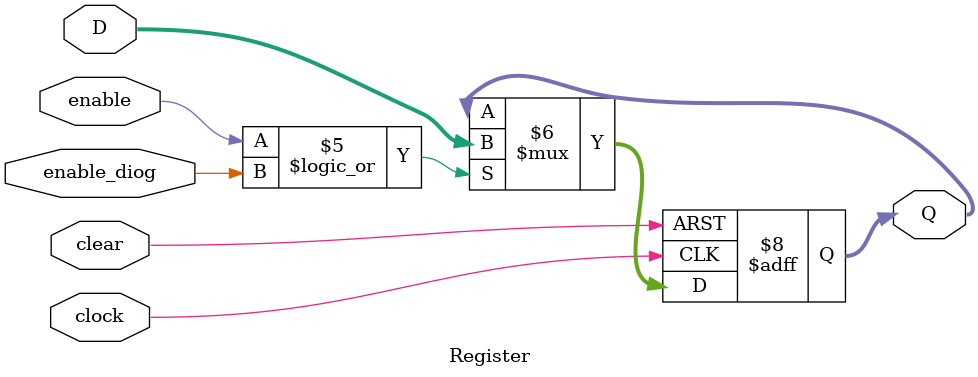
<source format=v>
module Register(input [31: 0] D, input clear, input clock, input enable, enable_diog,
	output reg [31: 0] Q
);
	always @ (posedge clock or posedge clear) begin
		if(clear == 1)
			Q <= 32'b0;
		else if(enable == 1 || enable_diog == 1)
			Q <= D;
	end
endmodule

</source>
